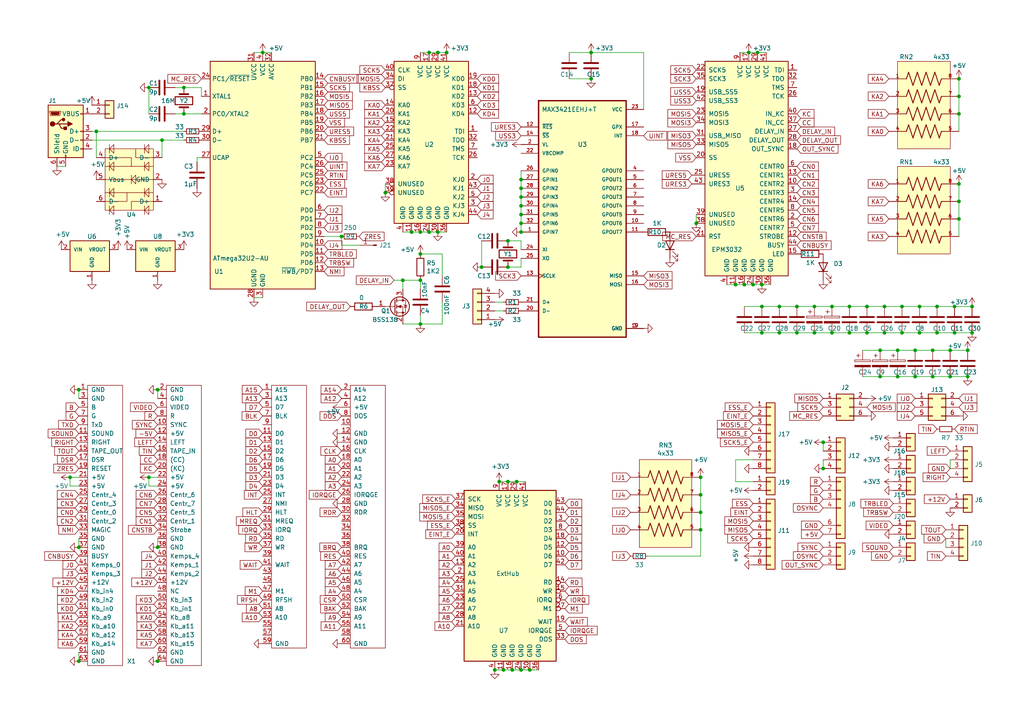
<source format=kicad_sch>
(kicad_sch (version 20211123) (generator eeschema)
  (paper "A4")
  (junction (at 246.38 88.9))
  (junction (at 151.13 67.31))
  (junction (at 278.13 53.34))
  (junction (at 278.13 63.5))
  (junction (at 265.43 101.6))
  (junction (at 276.86 96.52))
  (junction (at 281.94 96.52))
  (junction (at 151.13 64.77))
  (junction (at 121.92 81.28))
  (junction (at 261.62 96.52))
  (junction (at 281.94 88.9))
  (junction (at 151.13 54.61))
  (junction (at 171.45 15.24))
  (junction (at 147.32 77.47))
  (junction (at 43.18 25.4))
  (junction (at 45.72 191.77))
  (junction (at 124.46 15.24))
  (junction (at 275.59 109.22))
  (junction (at 256.54 96.52))
  (junction (at 76.2 15.24))
  (junction (at 280.67 101.6))
  (junction (at 151.13 59.69))
  (junction (at 22.86 158.75))
  (junction (at 147.32 69.85))
  (junction (at 144.78 139.7))
  (junction (at 121.92 67.31))
  (junction (at 220.98 82.55))
  (junction (at 149.86 139.7))
  (junction (at 270.51 109.22))
  (junction (at 270.51 101.6))
  (junction (at 226.06 96.52))
  (junction (at 201.93 64.77))
  (junction (at 127 15.24))
  (junction (at 45.72 158.75))
  (junction (at 148.59 194.31))
  (junction (at 146.05 194.31))
  (junction (at 241.3 96.52))
  (junction (at 99.06 68.58))
  (junction (at 280.67 109.22))
  (junction (at 151.13 52.07))
  (junction (at 121.92 93.98))
  (junction (at 255.27 109.22))
  (junction (at 203.2 148.59))
  (junction (at 203.2 138.43))
  (junction (at 276.86 88.9))
  (junction (at 260.35 101.6))
  (junction (at 46.99 40.64))
  (junction (at 220.98 96.52))
  (junction (at 111.76 55.88))
  (junction (at 246.38 96.52))
  (junction (at 127 67.31))
  (junction (at 220.98 88.9))
  (junction (at 147.32 139.7))
  (junction (at 151.13 194.31))
  (junction (at 256.54 88.9))
  (junction (at 151.13 62.23))
  (junction (at 260.35 109.22))
  (junction (at 278.13 27.94))
  (junction (at 231.14 96.52))
  (junction (at 271.78 88.9))
  (junction (at 143.51 194.31))
  (junction (at 251.46 88.9))
  (junction (at 121.92 73.66))
  (junction (at 43.18 138.43))
  (junction (at 119.38 67.31))
  (junction (at 251.46 96.52))
  (junction (at 53.34 33.02))
  (junction (at 266.7 96.52))
  (junction (at 275.59 101.6))
  (junction (at 203.2 153.67))
  (junction (at 22.86 191.77))
  (junction (at 261.62 88.9))
  (junction (at 271.78 96.52))
  (junction (at 231.14 88.9))
  (junction (at 116.84 81.28))
  (junction (at 218.44 82.55))
  (junction (at 53.34 25.4))
  (junction (at 226.06 88.9))
  (junction (at 217.17 15.24))
  (junction (at 151.13 57.15))
  (junction (at 124.46 67.31))
  (junction (at 278.13 58.42))
  (junction (at 278.13 33.02))
  (junction (at 219.71 15.24))
  (junction (at 238.76 128.27))
  (junction (at 20.32 138.43))
  (junction (at 278.13 22.86))
  (junction (at 236.22 88.9))
  (junction (at 27.94 38.1))
  (junction (at 238.76 135.89))
  (junction (at 213.36 82.55))
  (junction (at 129.54 15.24))
  (junction (at 236.22 96.52))
  (junction (at 171.45 22.86))
  (junction (at 265.43 109.22))
  (junction (at 139.7 77.47))
  (junction (at 215.9 82.55))
  (junction (at 255.27 101.6))
  (junction (at 153.67 194.31))
  (junction (at 45.72 113.03))
  (junction (at 22.86 113.03))
  (junction (at 266.7 88.9))
  (junction (at 203.2 143.51))
  (junction (at 241.3 88.9))
  (wire (pts (xy 124.46 67.31) (xy 127 67.31)))
  (wire (pts (xy 213.36 133.35) (xy 213.36 139.7)))
  (wire (pts (xy 111.76 53.34) (xy 111.76 55.88)))
  (wire (pts (xy 238.76 133.35) (xy 238.76 135.89)))
  (wire (pts (xy 266.7 96.52) (xy 271.78 96.52)))
  (wire (pts (xy 20.32 140.97) (xy 22.86 140.97)))
  (wire (pts (xy 26.67 38.1) (xy 27.94 38.1)))
  (wire (pts (xy 99.06 68.58) (xy 99.06 71.12)))
  (wire (pts (xy 251.46 96.52) (xy 256.54 96.52)))
  (wire (pts (xy 171.45 15.24) (xy 186.69 15.24)))
  (wire (pts (xy 220.98 96.52) (xy 215.9 96.52)))
  (wire (pts (xy 265.43 109.22) (xy 270.51 109.22)))
  (wire (pts (xy 151.13 52.07) (xy 151.13 49.53)))
  (wire (pts (xy 214.63 15.24) (xy 217.17 15.24)))
  (wire (pts (xy 165.1 15.24) (xy 171.45 15.24)))
  (wire (pts (xy 121.92 73.66) (xy 128.27 73.66)))
  (wire (pts (xy 218.44 82.55) (xy 220.98 82.55)))
  (wire (pts (xy 151.13 67.31) (xy 151.13 64.77)))
  (wire (pts (xy 114.3 81.28) (xy 116.84 81.28)))
  (wire (pts (xy 278.13 63.5) (xy 278.13 68.58)))
  (wire (pts (xy 251.46 88.9) (xy 256.54 88.9)))
  (wire (pts (xy 147.32 139.7) (xy 144.78 139.7)))
  (wire (pts (xy 119.38 67.31) (xy 121.92 67.31)))
  (wire (pts (xy 213.36 139.7) (xy 218.44 139.7)))
  (wire (pts (xy 275.59 133.35) (xy 275.59 135.89)))
  (wire (pts (xy 128.27 73.66) (xy 128.27 80.01)))
  (wire (pts (xy 26.67 40.64) (xy 46.99 40.64)))
  (wire (pts (xy 53.34 25.4) (xy 58.42 25.4)))
  (wire (pts (xy 45.72 115.57) (xy 45.72 113.03)))
  (wire (pts (xy 236.22 96.52) (xy 241.3 96.52)))
  (wire (pts (xy 148.59 194.31) (xy 151.13 194.31)))
  (wire (pts (xy 226.06 88.9) (xy 231.14 88.9)))
  (wire (pts (xy 255.27 109.22) (xy 260.35 109.22)))
  (wire (pts (xy 238.76 130.81) (xy 238.76 128.27)))
  (wire (pts (xy 116.84 81.28) (xy 116.84 83.82)))
  (wire (pts (xy 93.98 68.58) (xy 99.06 68.58)))
  (wire (pts (xy 278.13 22.86) (xy 278.13 27.94)))
  (wire (pts (xy 151.13 57.15) (xy 151.13 54.61)))
  (wire (pts (xy 261.62 96.52) (xy 266.7 96.52)))
  (wire (pts (xy 210.82 82.55) (xy 213.36 82.55)))
  (wire (pts (xy 22.86 115.57) (xy 22.86 113.03)))
  (wire (pts (xy 266.7 88.9) (xy 271.78 88.9)))
  (wire (pts (xy 246.38 88.9) (xy 251.46 88.9)))
  (wire (pts (xy 121.92 67.31) (xy 124.46 67.31)))
  (wire (pts (xy 43.18 140.97) (xy 45.72 140.97)))
  (wire (pts (xy 99.06 71.12) (xy 104.14 71.12)))
  (wire (pts (xy 149.86 139.7) (xy 147.32 139.7)))
  (wire (pts (xy 241.3 88.9) (xy 246.38 88.9)))
  (wire (pts (xy 127 15.24) (xy 129.54 15.24)))
  (wire (pts (xy 124.46 15.24) (xy 127 15.24)))
  (wire (pts (xy 128.27 87.63) (xy 128.27 93.98)))
  (wire (pts (xy 278.13 58.42) (xy 278.13 63.5)))
  (wire (pts (xy 278.13 27.94) (xy 278.13 33.02)))
  (wire (pts (xy 203.2 138.43) (xy 203.2 143.51)))
  (wire (pts (xy 151.13 64.77) (xy 151.13 62.23)))
  (wire (pts (xy 16.51 48.26) (xy 19.05 48.26)))
  (wire (pts (xy 265.43 101.6) (xy 270.51 101.6)))
  (wire (pts (xy 276.86 88.9) (xy 281.94 88.9)))
  (wire (pts (xy 278.13 33.02) (xy 278.13 38.1)))
  (wire (pts (xy 22.86 189.23) (xy 22.86 191.77)))
  (wire (pts (xy 143.51 87.63) (xy 146.05 87.63)))
  (wire (pts (xy 261.62 88.9) (xy 266.7 88.9)))
  (wire (pts (xy 76.2 15.24) (xy 73.66 15.24)))
  (wire (pts (xy 219.71 15.24) (xy 222.25 15.24)))
  (wire (pts (xy 46.99 40.64) (xy 53.34 40.64)))
  (wire (pts (xy 186.69 15.24) (xy 186.69 31.75)))
  (wire (pts (xy 76.2 15.24) (xy 78.74 15.24)))
  (wire (pts (xy 127 67.31) (xy 129.54 67.31)))
  (wire (pts (xy 58.42 25.4) (xy 58.42 27.94)))
  (wire (pts (xy 231.14 96.52) (xy 236.22 96.52)))
  (wire (pts (xy 250.19 101.6) (xy 255.27 101.6)))
  (wire (pts (xy 151.13 77.47) (xy 151.13 74.93)))
  (wire (pts (xy 226.06 96.52) (xy 231.14 96.52)))
  (wire (pts (xy 22.86 158.75) (xy 22.86 156.21)))
  (wire (pts (xy 43.18 138.43) (xy 45.72 138.43)))
  (wire (pts (xy 147.32 69.85) (xy 151.13 69.85)))
  (wire (pts (xy 271.78 88.9) (xy 276.86 88.9)))
  (wire (pts (xy 58.42 45.72) (xy 57.15 45.72)))
  (wire (pts (xy 220.98 96.52) (xy 226.06 96.52)))
  (wire (pts (xy 151.13 59.69) (xy 151.13 57.15)))
  (wire (pts (xy 256.54 96.52) (xy 261.62 96.52)))
  (wire (pts (xy 203.2 161.29) (xy 203.2 153.67)))
  (wire (pts (xy 274.32 156.21) (xy 274.32 158.75)))
  (wire (pts (xy 260.35 101.6) (xy 265.43 101.6)))
  (wire (pts (xy 116.84 67.31) (xy 119.38 67.31)))
  (wire (pts (xy 20.32 138.43) (xy 20.32 140.97)))
  (wire (pts (xy 220.98 88.9) (xy 226.06 88.9)))
  (wire (pts (xy 151.13 69.85) (xy 151.13 72.39)))
  (wire (pts (xy 143.51 90.17) (xy 146.05 90.17)))
  (wire (pts (xy 151.13 194.31) (xy 153.67 194.31)))
  (wire (pts (xy 201.93 62.23) (xy 201.93 64.77)))
  (wire (pts (xy 76.2 86.36) (xy 73.66 86.36)))
  (wire (pts (xy 121.92 81.28) (xy 121.92 83.82)))
  (wire (pts (xy 121.92 81.28) (xy 116.84 81.28)))
  (wire (pts (xy 203.2 148.59) (xy 203.2 153.67)))
  (wire (pts (xy 121.92 93.98) (xy 128.27 93.98)))
  (wire (pts (xy 27.94 38.1) (xy 53.34 38.1)))
  (wire (pts (xy 43.18 138.43) (xy 43.18 140.97)))
  (wire (pts (xy 116.84 93.98) (xy 121.92 93.98)))
  (wire (pts (xy 275.59 101.6) (xy 280.67 101.6)))
  (wire (pts (xy 152.4 139.7) (xy 149.86 139.7)))
  (wire (pts (xy 255.27 101.6) (xy 260.35 101.6)))
  (wire (pts (xy 57.15 45.72) (xy 57.15 46.99)))
  (wire (pts (xy 231.14 88.9) (xy 236.22 88.9)))
  (wire (pts (xy 220.98 82.55) (xy 223.52 82.55)))
  (wire (pts (xy 153.67 194.31) (xy 156.21 194.31)))
  (wire (pts (xy 121.92 91.44) (xy 121.92 93.98)))
  (wire (pts (xy 275.59 109.22) (xy 280.67 109.22)))
  (wire (pts (xy 236.22 88.9) (xy 241.3 88.9)))
  (wire (pts (xy 46.99 40.64) (xy 46.99 45.72)))
  (wire (pts (xy 143.51 194.31) (xy 146.05 194.31)))
  (wire (pts (xy 45.72 189.23) (xy 45.72 191.77)))
  (wire (pts (xy 151.13 62.23) (xy 151.13 59.69)))
  (wire (pts (xy 260.35 109.22) (xy 265.43 109.22)))
  (wire (pts (xy 45.72 158.75) (xy 45.72 156.21)))
  (wire (pts (xy 215.9 88.9) (xy 220.98 88.9)))
  (wire (pts (xy 217.17 15.24) (xy 219.71 15.24)))
  (wire (pts (xy 53.34 33.02) (xy 58.42 33.02)))
  (wire (pts (xy 270.51 101.6) (xy 275.59 101.6)))
  (wire (pts (xy 203.2 143.51) (xy 203.2 148.59)))
  (wire (pts (xy 139.7 69.85) (xy 139.7 77.47)))
  (wire (pts (xy 121.92 15.24) (xy 124.46 15.24)))
  (wire (pts (xy 218.44 133.35) (xy 213.36 133.35)))
  (wire (pts (xy 213.36 82.55) (xy 215.9 82.55)))
  (wire (pts (xy 151.13 54.61) (xy 151.13 52.07)))
  (wire (pts (xy 256.54 88.9) (xy 261.62 88.9)))
  (wire (pts (xy 271.78 96.52) (xy 276.86 96.52)))
  (wire (pts (xy 53.34 33.02) (xy 50.8 33.02)))
  (wire (pts (xy 165.1 22.86) (xy 171.45 22.86)))
  (wire (pts (xy 20.32 138.43) (xy 22.86 138.43)))
  (wire (pts (xy 250.19 109.22) (xy 255.27 109.22)))
  (wire (pts (xy 276.86 96.52) (xy 281.94 96.52)))
  (wire (pts (xy 215.9 82.55) (xy 218.44 82.55)))
  (wire (pts (xy 27.94 38.1) (xy 27.94 45.72)))
  (wire (pts (xy 147.32 77.47) (xy 151.13 77.47)))
  (wire (pts (xy 246.38 96.52) (xy 251.46 96.52)))
  (wire (pts (xy 146.05 194.31) (xy 148.59 194.31)))
  (wire (pts (xy 278.13 53.34) (xy 278.13 58.42)))
  (wire (pts (xy 187.96 161.29) (xy 203.2 161.29)))
  (wire (pts (xy 43.18 25.4) (xy 43.18 33.02)))
  (wire (pts (xy 270.51 109.22) (xy 275.59 109.22)))
  (wire (pts (xy 50.8 25.4) (xy 53.34 25.4)))
  (wire (pts (xy 241.3 96.52) (xy 246.38 96.52)))
  (global_label "D1" (shape input) (at 76.2 128.27 180) (property "Intersheet References" "${INTERSHEET_REFS}" (effects hide)))
  (global_label "DOS" (shape input) (at 163.83 185.42 0) (property "Intersheet References" "${INTERSHEET_REFS}" (effects hide)))
  (global_label "VSS" (shape input) (at 201.93 45.72 180) (property "Intersheet References" "${INTERSHEET_REFS}" (effects hide)))
  (global_label "M1" (shape input) (at 76.2 171.45 180) (property "Intersheet References" "${INTERSHEET_REFS}" (effects hide)))
  (global_label "A6" (shape input) (at 99.06 166.37 180) (property "Intersheet References" "${INTERSHEET_REFS}" (effects hide)))
  (global_label "+5V" (shape input) (at 238.76 154.94 180) (property "Intersheet References" "${INTERSHEET_REFS}" (effects hide)))
  (global_label "ZRES" (shape input) (at 22.86 135.89 180) (property "Intersheet References" "${INTERSHEET_REFS}" (effects hide)))
  (global_label "KA7" (shape input) (at 111.76 48.26 180) (property "Intersheet References" "${INTERSHEET_REFS}" (effects hide)))
  (global_label "KD2" (shape input) (at 138.43 27.94 0) (property "Intersheet References" "${INTERSHEET_REFS}" (effects hide)))
  (global_label "KD0" (shape input) (at 22.86 176.53 180) (property "Intersheet References" "${INTERSHEET_REFS}" (effects hide)))
  (global_label "A4" (shape input) (at 99.06 171.45 180) (property "Intersheet References" "${INTERSHEET_REFS}" (effects hide)))
  (global_label "MOSI5" (shape input) (at 93.98 27.94 0) (property "Intersheet References" "${INTERSHEET_REFS}" (effects hide)))
  (global_label "EINT_E" (shape input) (at 218.44 120.65 180) (property "Intersheet References" "${INTERSHEET_REFS}" (effects hide)))
  (global_label "J0" (shape input) (at 22.86 163.83 180) (property "Intersheet References" "${INTERSHEET_REFS}" (effects hide)))
  (global_label "IORQGE" (shape input) (at 163.83 182.88 0) (property "Intersheet References" "${INTERSHEET_REFS}" (effects hide)))
  (global_label "MC_RES" (shape input) (at 238.76 120.65 180) (property "Intersheet References" "${INTERSHEET_REFS}" (effects hide)))
  (global_label "IJ0" (shape input) (at 182.88 153.67 180) (property "Intersheet References" "${INTERSHEET_REFS}" (effects hide)))
  (global_label "IJ4" (shape input) (at 182.88 143.51 180) (property "Intersheet References" "${INTERSHEET_REFS}" (effects hide)))
  (global_label "IORQGE" (shape input) (at 99.06 143.51 180) (property "Intersheet References" "${INTERSHEET_REFS}" (effects hide)))
  (global_label "DELAY_OUT" (shape input) (at 101.6 88.9 180) (property "Intersheet References" "${INTERSHEET_REFS}" (effects hide)))
  (global_label "RD" (shape input) (at 163.83 168.91 0) (property "Intersheet References" "${INTERSHEET_REFS}" (effects hide)))
  (global_label "RFSH" (shape input) (at 76.2 173.99 180) (property "Intersheet References" "${INTERSHEET_REFS}" (effects hide)))
  (global_label "G" (shape input) (at 238.76 142.24 180) (property "Intersheet References" "${INTERSHEET_REFS}" (effects hide)))
  (global_label "SCK3" (shape input) (at 151.13 80.01 180) (property "Intersheet References" "${INTERSHEET_REFS}" (effects hide)))
  (global_label "A5" (shape input) (at 99.06 168.91 180) (property "Intersheet References" "${INTERSHEET_REFS}" (effects hide)))
  (global_label "KA6" (shape input) (at 22.86 186.69 180) (property "Intersheet References" "${INTERSHEET_REFS}" (effects hide)))
  (global_label "KA2" (shape input) (at 111.76 35.56 180) (property "Intersheet References" "${INTERSHEET_REFS}" (effects hide)))
  (global_label "MOSI3" (shape input) (at 201.93 35.56 180) (property "Intersheet References" "${INTERSHEET_REFS}" (effects hide)))
  (global_label "MOSI5" (shape input) (at 111.76 22.86 180) (property "Intersheet References" "${INTERSHEET_REFS}" (effects hide)))
  (global_label "DELAY_OUT" (shape input) (at 231.14 40.64 0) (property "Intersheet References" "${INTERSHEET_REFS}" (effects hide)))
  (global_label "J0" (shape input) (at 138.43 52.07 0) (property "Intersheet References" "${INTERSHEET_REFS}" (effects hide)))
  (global_label "NMI" (shape input) (at 93.98 78.74 0) (property "Intersheet References" "${INTERSHEET_REFS}" (effects hide)))
  (global_label "J1" (shape input) (at 45.72 163.83 180) (property "Intersheet References" "${INTERSHEET_REFS}" (effects hide)))
  (global_label "MISO5_E" (shape input) (at 132.08 147.32 180) (property "Intersheet References" "${INTERSHEET_REFS}" (effects hide)))
  (global_label "KA5" (shape input) (at 257.81 63.5 180) (property "Intersheet References" "${INTERSHEET_REFS}" (effects hide)))
  (global_label "D2" (shape input) (at 163.83 151.13 0) (property "Intersheet References" "${INTERSHEET_REFS}" (effects hide)))
  (global_label "MREQ" (shape input) (at 76.2 151.13 180) (property "Intersheet References" "${INTERSHEET_REFS}" (effects hide)))
  (global_label "IJ2" (shape input) (at 265.43 118.11 180) (property "Intersheet References" "${INTERSHEET_REFS}" (effects hide)))
  (global_label "KD1" (shape input) (at 45.72 176.53 180) (property "Intersheet References" "${INTERSHEET_REFS}" (effects hide)))
  (global_label "KA0" (shape input) (at 257.81 38.1 180) (property "Intersheet References" "${INTERSHEET_REFS}" (effects hide)))
  (global_label "J3" (shape input) (at 22.86 166.37 180) (property "Intersheet References" "${INTERSHEET_REFS}" (effects hide)))
  (global_label "TIN" (shape input) (at 274.32 161.29 180) (property "Intersheet References" "${INTERSHEET_REFS}" (effects hide)))
  (global_label "IJ4" (shape input) (at 93.98 71.12 0) (property "Intersheet References" "${INTERSHEET_REFS}" (effects hide)))
  (global_label "D4" (shape input) (at 76.2 140.97 180) (property "Intersheet References" "${INTERSHEET_REFS}" (effects hide)))
  (global_label "ZRES" (shape input) (at 104.14 68.58 0) (property "Intersheet References" "${INTERSHEET_REFS}" (effects hide)))
  (global_label "J4" (shape input) (at 45.72 161.29 180) (property "Intersheet References" "${INTERSHEET_REFS}" (effects hide)))
  (global_label "D3" (shape input) (at 163.83 153.67 0) (property "Intersheet References" "${INTERSHEET_REFS}" (effects hide)))
  (global_label "ESS_E" (shape input) (at 132.08 152.4 180) (property "Intersheet References" "${INTERSHEET_REFS}" (effects hide)))
  (global_label "CN4" (shape input) (at 22.86 143.51 180) (property "Intersheet References" "${INTERSHEET_REFS}" (effects hide)))
  (global_label "TRBSW" (shape input) (at 259.08 148.59 180) (property "Intersheet References" "${INTERSHEET_REFS}" (effects hide)))
  (global_label "CN0" (shape input) (at 231.14 48.26 0) (property "Intersheet References" "${INTERSHEET_REFS}" (effects hide)))
  (global_label "RIGHT" (shape input) (at 275.59 138.43 180) (property "Intersheet References" "${INTERSHEET_REFS}" (effects hide)))
  (global_label "A5" (shape input) (at 132.08 171.45 180) (property "Intersheet References" "${INTERSHEET_REFS}" (effects hide)))
  (global_label "D1" (shape input) (at 163.83 148.59 0) (property "Intersheet References" "${INTERSHEET_REFS}" (effects hide)))
  (global_label "CN6" (shape input) (at 231.14 63.5 0) (property "Intersheet References" "${INTERSHEET_REFS}" (effects hide)))
  (global_label "MOSI3" (shape input) (at 186.69 82.55 0) (property "Intersheet References" "${INTERSHEET_REFS}" (effects hide)))
  (global_label "IJ1" (shape input) (at 182.88 138.43 180) (property "Intersheet References" "${INTERSHEET_REFS}" (effects hide)))
  (global_label "MISO3" (shape input) (at 201.93 39.37 180) (property "Intersheet References" "${INTERSHEET_REFS}" (effects hide)))
  (global_label "KD3" (shape input) (at 138.43 30.48 0) (property "Intersheet References" "${INTERSHEET_REFS}" (effects hide)))
  (global_label "KA7" (shape input) (at 45.72 186.69 180) (property "Intersheet References" "${INTERSHEET_REFS}" (effects hide)))
  (global_label "WAIT" (shape input) (at 76.2 163.83 180) (property "Intersheet References" "${INTERSHEET_REFS}" (effects hide)))
  (global_label "J2" (shape input) (at 138.43 57.15 0) (property "Intersheet References" "${INTERSHEET_REFS}" (effects hide)))
  (global_label "KA1" (shape input) (at 257.81 33.02 180) (property "Intersheet References" "${INTERSHEET_REFS}" (effects hide)))
  (global_label "MISO5" (shape input) (at 238.76 115.57 180) (property "Intersheet References" "${INTERSHEET_REFS}" (effects hide)))
  (global_label "HLT" (shape input) (at 76.2 148.59 180) (property "Intersheet References" "${INTERSHEET_REFS}" (effects hide)))
  (global_label "TRBLED" (shape input) (at 93.98 73.66 0) (property "Intersheet References" "${INTERSHEET_REFS}" (effects hide)))
  (global_label "BLK" (shape input) (at 76.2 120.65 180) (property "Intersheet References" "${INTERSHEET_REFS}" (effects hide)))
  (global_label "CN6" (shape input) (at 45.72 143.51 180) (property "Intersheet References" "${INTERSHEET_REFS}" (effects hide)))
  (global_label "CNBUSY" (shape input) (at 231.14 71.12 0) (property "Intersheet References" "${INTERSHEET_REFS}" (effects hide)))
  (global_label "CC" (shape input) (at 45.72 133.35 180) (property "Intersheet References" "${INTERSHEET_REFS}" (effects hide)))
  (global_label "J4" (shape input) (at 138.43 62.23 0) (property "Intersheet References" "${INTERSHEET_REFS}" (effects hide)))
  (global_label "GND" (shape input) (at 275.59 135.89 180) (property "Intersheet References" "${INTERSHEET_REFS}" (effects hide)))
  (global_label "KA7" (shape input) (at 257.81 58.42 180) (property "Intersheet References" "${INTERSHEET_REFS}" (effects hide)))
  (global_label "D5" (shape input) (at 163.83 158.75 0) (property "Intersheet References" "${INTERSHEET_REFS}" (effects hide)))
  (global_label "URES5" (shape input) (at 93.98 38.1 0) (property "Intersheet References" "${INTERSHEET_REFS}" (effects hide)))
  (global_label "A7" (shape input) (at 132.08 176.53 180) (property "Intersheet References" "${INTERSHEET_REFS}" (effects hide)))
  (global_label "A13" (shape input) (at 76.2 115.57 180) (property "Intersheet References" "${INTERSHEET_REFS}" (effects hide)))
  (global_label "OSYNC" (shape input) (at 238.76 147.32 180) (property "Intersheet References" "${INTERSHEET_REFS}" (effects hide)))
  (global_label "USS3" (shape input) (at 151.13 39.37 180) (property "Intersheet References" "${INTERSHEET_REFS}" (effects hide)))
  (global_label "A15" (shape input) (at 76.2 113.03 180) (property "Intersheet References" "${INTERSHEET_REFS}" (effects hide)))
  (global_label "ESS" (shape input) (at 93.98 53.34 0) (property "Intersheet References" "${INTERSHEET_REFS}" (effects hide)))
  (global_label "KD2" (shape input) (at 22.86 173.99 180) (property "Intersheet References" "${INTERSHEET_REFS}" (effects hide)))
  (global_label "A2" (shape input) (at 132.08 163.83 180) (property "Intersheet References" "${INTERSHEET_REFS}" (effects hide)))
  (global_label "SCK5" (shape input) (at 201.93 20.32 180) (property "Intersheet References" "${INTERSHEET_REFS}" (effects hide)))
  (global_label "IORQ" (shape input) (at 76.2 153.67 180) (property "Intersheet References" "${INTERSHEET_REFS}" (effects hide)))
  (global_label "RTIN" (shape input) (at 93.98 50.8 0) (property "Intersheet References" "${INTERSHEET_REFS}" (effects hide)))
  (global_label "D2" (shape input) (at 76.2 130.81 180) (property "Intersheet References" "${INTERSHEET_REFS}" (effects hide)))
  (global_label "J3" (shape input) (at 138.43 59.69 0) (property "Intersheet References" "${INTERSHEET_REFS}" (effects hide)))
  (global_label "CSR" (shape input) (at 99.06 173.99 180) (property "Intersheet References" "${INTERSHEET_REFS}" (effects hide)))
  (global_label "+12V" (shape input) (at 275.59 144.78 180) (property "Intersheet References" "${INTERSHEET_REFS}" (effects hide)))
  (global_label "KD4" (shape input) (at 22.86 171.45 180) (property "Intersheet References" "${INTERSHEET_REFS}" (effects hide)))
  (global_label "URES3" (shape input) (at 200.66 53.34 180) (property "Intersheet References" "${INTERSHEET_REFS}" (effects hide)))
  (global_label "VSS" (shape input) (at 93.98 35.56 0) (property "Intersheet References" "${INTERSHEET_REFS}" (effects hide)))
  (global_label "MOSI5_E" (shape input) (at 132.08 149.86 180) (property "Intersheet References" "${INTERSHEET_REFS}" (effects hide)))
  (global_label "EINT_E" (shape input) (at 132.08 154.94 180) (property "Intersheet References" "${INTERSHEET_REFS}" (effects hide)))
  (global_label "SCK5_E" (shape input) (at 218.44 128.27 180) (property "Intersheet References" "${INTERSHEET_REFS}" (effects hide)))
  (global_label "CN7" (shape input) (at 231.14 66.04 0) (property "Intersheet References" "${INTERSHEET_REFS}" (effects hide)))
  (global_label "A8" (shape input) (at 132.08 179.07 180) (property "Intersheet References" "${INTERSHEET_REFS}" (effects hide)))
  (global_label "J1" (shape input) (at 138.43 54.61 0) (property "Intersheet References" "${INTERSHEET_REFS}" (effects hide)))
  (global_label "SOUND" (shape input) (at 22.86 125.73 180) (property "Intersheet References" "${INTERSHEET_REFS}" (effects hide)))
  (global_label "MOSI5_E" (shape input) (at 218.44 123.19 180) (property "Intersheet References" "${INTERSHEET_REFS}" (effects hide)))
  (global_label "R" (shape input) (at 45.72 120.65 180) (property "Intersheet References" "${INTERSHEET_REFS}" (effects hide)))
  (global_label "CN1" (shape input) (at 45.72 151.13 180) (property "Intersheet References" "${INTERSHEET_REFS}" (effects hide)))
  (global_label "CLK" (shape input) (at 99.06 130.81 180) (property "Intersheet References" "${INTERSHEET_REFS}" (effects hide)))
  (global_label "TXD" (shape input) (at 22.86 123.19 180) (property "Intersheet References" "${INTERSHEET_REFS}" (effects hide)))
  (global_label "IJ2" (shape input) (at 182.88 148.59 180) (property "Intersheet References" "${INTERSHEET_REFS}" (effects hide)))
  (global_label "A4" (shape input) (at 132.08 168.91 180) (property "Intersheet References" "${INTERSHEET_REFS}" (effects hide)))
  (global_label "A6" (shape input) (at 132.08 173.99 180) (property "Intersheet References" "${INTERSHEET_REFS}" (effects hide)))
  (global_label "MC_RES" (shape input) (at 58.42 22.86 180) (property "Intersheet References" "${INTERSHEET_REFS}" (effects hide)))
  (global_label "KA3" (shape input) (at 111.76 38.1 180) (property "Intersheet References" "${INTERSHEET_REFS}" (effects hide)))
  (global_label "B" (shape input) (at 238.76 144.78 180) (property "Intersheet References" "${INTERSHEET_REFS}" (effects hide)))
  (global_label "MISO3" (shape input) (at 186.69 80.01 0) (property "Intersheet References" "${INTERSHEET_REFS}" (effects hide)))
  (global_label "A8" (shape input) (at 76.2 176.53 180) (property "Intersheet References" "${INTERSHEET_REFS}" (effects hide)))
  (global_label "IJ2" (shape input) (at 93.98 60.96 0) (property "Intersheet References" "${INTERSHEET_REFS}" (effects hide)))
  (global_label "VIDEO" (shape input) (at 45.72 118.11 180) (property "Intersheet References" "${INTERSHEET_REFS}" (effects hide)))
  (global_label "KBSS" (shape input) (at 93.98 40.64 0) (property "Intersheet References" "${INTERSHEET_REFS}" (effects hide)))
  (global_label "RIGHT" (shape input) (at 22.86 128.27 180) (property "Intersheet References" "${INTERSHEET_REFS}" (effects hide)))
  (global_label "KC" (shape input) (at 231.14 33.02 0) (property "Intersheet References" "${INTERSHEET_REFS}" (effects hide)))
  (global_label "BAK" (shape input) (at 99.06 176.53 180) (property "Intersheet References" "${INTERSHEET_REFS}" (effects hide)))
  (global_label "CN4" (shape input) (at 231.14 58.42 0) (property "Intersheet References" "${INTERSHEET_REFS}" (effects hide)))
  (global_label "KA0" (shape input) (at 45.72 179.07 180) (property "Intersheet References" "${INTERSHEET_REFS}" (effects hide)))
  (global_label "CNBUSY" (shape input) (at 93.98 22.86 0) (property "Intersheet References" "${INTERSHEET_REFS}" (effects hide)))
  (global_label "SOUND" (shape input) (at 259.08 158.75 180) (property "Intersheet References" "${INTERSHEET_REFS}" (effects hide)))
  (global_label "GND" (shape input) (at 274.32 156.21 180) (property "Intersheet References" "${INTERSHEET_REFS}" (effects hide)))
  (global_label "OUT_SYNC" (shape input) (at 231.14 43.18 0) (property "Intersheet References" "${INTERSHEET_REFS}" (effects hide)))
  (global_label "SCK5" (shape input) (at 111.76 20.32 180) (property "Intersheet References" "${INTERSHEET_REFS}" (effects hide)))
  (global_label "A11" (shape input) (at 99.06 181.61 180) (property "Intersheet References" "${INTERSHEET_REFS}" (effects hide)))
  (global_label "D0" (shape input) (at 163.83 146.05 0) (property "Intersheet References" "${INTERSHEET_REFS}" (effects hide)))
  (global_label "KA4" (shape input) (at 22.86 184.15 180) (property "Intersheet References" "${INTERSHEET_REFS}" (effects hide)))
  (global_label "WR" (shape input) (at 163.83 171.45 0) (property "Intersheet References" "${INTERSHEET_REFS}" (effects hide)))
  (global_label "SYNC" (shape input) (at 45.72 123.19 180) (property "Intersheet References" "${INTERSHEET_REFS}" (effects hide)))
  (global_label "KA4" (shape input) (at 257.81 22.86 180) (property "Intersheet References" "${INTERSHEET_REFS}" (effects hide)))
  (global_label "IJ1" (shape input) (at 278.13 115.57 0) (property "Intersheet References" "${INTERSHEET_REFS}" (effects hide)))
  (global_label "ESS" (shape input) (at 218.44 146.05 180) (property "Intersheet References" "${INTERSHEET_REFS}" (effects hide)))
  (global_label "KA3" (shape input) (at 257.81 68.58 180) (property "Intersheet References" "${INTERSHEET_REFS}" (effects hide)))
  (global_label "OSYNC" (shape input) (at 238.76 161.29 180) (property "Intersheet References" "${INTERSHEET_REFS}" (effects hide)))
  (global_label "D6" (shape input) (at 163.83 161.29 0) (property "Intersheet References" "${INTERSHEET_REFS}" (effects hide)))
  (global_label "GND" (shape input) (at 259.08 161.29 180) (property "Intersheet References" "${INTERSHEET_REFS}" (effects hide)))
  (global_label "MISO5" (shape input) (at 201.93 41.91 180) (property "Intersheet References" "${INTERSHEET_REFS}" (effects hide)))
  (global_label "A1" (shape input) (at 99.06 135.89 180) (property "Intersheet References" "${INTERSHEET_REFS}" (effects hide)))
  (global_label "CN2" (shape input) (at 231.14 53.34 0) (property "Intersheet References" "${INTERSHEET_REFS}" (effects hide)))
  (global_label "EINT" (shape input) (at 218.44 148.59 180) (property "Intersheet References" "${INTERSHEET_REFS}" (effects hide)))
  (global_label "KA0" (shape input) (at 111.76 30.48 180) (property "Intersheet References" "${INTERSHEET_REFS}" (effects hide)))
  (global_label "NMI" (shape input) (at 22.86 153.67 180) (property "Intersheet References" "${INTERSHEET_REFS}" (effects hide)))
  (global_label "KA2" (shape input) (at 22.86 181.61 180) (property "Intersheet References" "${INTERSHEET_REFS}" (effects hide)))
  (global_label "LEFT" (shape input) (at 45.72 128.27 180) (property "Intersheet References" "${INTERSHEET_REFS}" (effects hide)))
  (global_label "A0" (shape input) (at 132.08 158.75 180) (property "Intersheet References" "${INTERSHEET_REFS}" (effects hide)))
  (global_label "R" (shape input) (at 238.76 139.7 180) (property "Intersheet References" "${INTERSHEET_REFS}" (effects hide)))
  (global_label "A9" (shape input) (at 99.06 179.07 180) (property "Intersheet References" "${INTERSHEET_REFS}" (effects hide)))
  (global_label "KD1" (shape input) (at 138.43 25.4 0) (property "Intersheet References" "${INTERSHEET_REFS}" (effects hide)))
  (global_label "TIN" (shape input) (at 45.72 130.81 180) (property "Intersheet References" "${INTERSHEET_REFS}" (effects hide)))
  (global_label "CN1" (shape input) (at 231.14 50.8 0) (property "Intersheet References" "${INTERSHEET_REFS}" (effects hide)))
  (global_label "SCK5_E" (shape input) (at 132.08 144.78 180) (property "Intersheet References" "${INTERSHEET_REFS}" (effects hide)))
  (global_label "J2" (shape input) (at 45.72 166.37 180) (property "Intersheet References" "${INTERSHEET_REFS}" (effects hide)))
  (global_label "KA2" (shape input) (at 257.81 27.94 180) (property "Intersheet References" "${INTERSHEET_REFS}" (effects hide)))
  (global_label "USS5" (shape input) (at 93.98 33.02 0) (property "Intersheet References" "${INTERSHEET_REFS}" (effects hide)))
  (global_label "A10" (shape input) (at 132.08 181.61 180) (property "Intersheet References" "${INTERSHEET_REFS}" (effects hide)))
  (global_label "UINT" (shape input) (at 186.69 39.37 0) (property "Intersheet References" "${INTERSHEET_REFS}" (effects hide)))
  (global_label "MISO5" (shape input) (at 93.98 30.48 0) (property "Intersheet References" "${INTERSHEET_REFS}" (effects hide)))
  (global_label "D4" (shape input) (at 163.83 156.21 0) (property "Intersheet References" "${INTERSHEET_REFS}" (effects hide)))
  (global_label "A7" (shape input) (at 99.06 163.83 180) (property "Intersheet References" "${INTERSHEET_REFS}" (effects hide)))
  (global_label "TOUT" (shape input) (at 274.32 153.67 180) (property "Intersheet References" "${INTERSHEET_REFS}" (effects hide)))
  (global_label "SCK3" (shape input) (at 201.93 22.86 180) (property "Intersheet References" "${INTERSHEET_REFS}" (effects hide)))
  (global_label "VIDEO" (shape input) (at 259.08 152.4 180) (property "Intersheet References" "${INTERSHEET_REFS}" (effects hide)))
  (global_label "KD0" (shape input) (at 138.43 22.86 0) (property "Intersheet References" "${INTERSHEET_REFS}" (effects hide)))
  (global_label "D6" (shape input) (at 76.2 133.35 180) (property "Intersheet References" "${INTERSHEET_REFS}" (effects hide)))
  (global_label "A2" (shape input) (at 99.06 138.43 180) (property "Intersheet References" "${INTERSHEET_REFS}" (effects hide)))
  (global_label "KA5" (shape input) (at 45.72 184.15 180) (property "Intersheet References" "${INTERSHEET_REFS}" (effects hide)))
  (global_label "WR" (shape input) (at 76.2 158.75 180) (property "Intersheet References" "${INTERSHEET_REFS}" (effects hide)))
  (global_label "MISO5_E" (shape input) (at 218.44 125.73 180) (property "Intersheet References" "${INTERSHEET_REFS}" (effects hide)))
  (global_label "TOUT" (shape input) (at 22.86 130.81 180) (property "Intersheet References" "${INTERSHEET_REFS}" (effects hide)))
  (global_label "URES5" (shape input) (at 200.66 50.8 180) (property "Intersheet References" "${INTERSHEET_REFS}" (effects hide)))
  (global_label "B" (shape input) (at 22.86 118.11 180) (property "Intersheet References" "${INTERSHEET_REFS}" (effects hide)))
  (global_label "D7" (shape input) (at 76.2 118.11 180) (property "Intersheet References" "${INTERSHEET_REFS}" (effects hide)))
  (global_label "MOSI5" (shape input) (at 201.93 33.02 180) (property "Intersheet References" "${INTERSHEET_REFS}" (effects hide)))
  (global_label "+12V" (shape input) (at 22.86 168.91 180) (property "Intersheet References" "${INTERSHEET_REFS}" (effects hide)))
  (global_label "SCK5" (shape input) (at 218.44 156.21 180) (property "Intersheet References" "${INTERSHEET_REFS}" (effects hide)))
  (global_label "G" (shape input) (at 22.86 120.65 180) (property "Intersheet References" "${INTERSHEET_REFS}" (effects hide)))
  (global_label "SYNC" (shape input) (at 238.76 158.75 180) (property "Intersheet References" "${INTERSHEET_REFS}" (effects hide)))
  (global_label "CN3" (shape input) (at 22.86 146.05 180) (property "Intersheet References" "${INTERSHEET_REFS}" (effects hide)))
  (global_label "KA5" (shape input) (at 111.76 43.18 180) (property "Intersheet References" "${INTERSHEET_REFS}" (effects hide)))
  (global_label "-5V" (shape input) (at 45.72 125.73 180) (property "Intersheet References" "${INTERSHEET_REFS}" (effects hide)))
  (global_label "KD4" (shape input) (at 138.43 33.02 0) (property "Intersheet References" "${INTERSHEET_REFS}" (effects hide)))
  (global_label "CN5" (shape input) (at 231.14 60.96 0) (property "Intersheet References" "${INTERSHEET_REFS}" (effects hide)))
  (global_label "CN5" (shape input) (at 45.72 148.59 180) (property "Intersheet References" "${INTERSHEET_REFS}" (effects hide)))
  (global_label "RES" (shape input) (at 99.06 161.29 180) (property "Intersheet References" "${INTERSHEET_REFS}" (effects hide)))
  (global_label "KA6" (shape input) (at 111.76 45.72 180) (property "Intersheet References" "${INTERSHEET_REFS}" (effects hide)))
  (global_label "TIN" (shape input) (at 271.78 124.46 180) (property "Intersheet References" "${INTERSHEET_REFS}" (effects hide)))
  (global_label "MOSI5" (shape input) (at 218.44 151.13 180) (property "Intersheet References" "${INTERSHEET_REFS}" (effects hide)))
  (global_label "KD3" (shape input) (at 45.72 173.99 180) (property "Intersheet References" "${INTERSHEET_REFS}" (effects hide)))
  (global_label "CN2" (shape input) (at 22.86 151.13 180) (property "Intersheet References" "${INTERSHEET_REFS}" (effects hide)))
  (global_label "IJ0" (shape input) (at 265.43 115.57 180) (property "Intersheet References" "${INTERSHEET_REFS}" (effects hide)))
  (global_label "CC" (shape input) (at 231.14 35.56 0) (property "Intersheet References" "${INTERSHEET_REFS}" (effects hide)))
  (global_label "KA1" (shape input) (at 22.86 179.07 180) (property "Intersheet References" "${INTERSHEET_REFS}" (effects hide)))
  (global_label "BRQ" (shape input) (at 99.06 158.75 180) (property "Intersheet References" "${INTERSHEET_REFS}" (effects hide)))
  (global_label "KA4" (shape input) (at 111.76 40.64 180) (property "Intersheet References" "${INTERSHEET_REFS}" (effects hide)))
  (global_label "CNSTB" (shape input) (at 231.14 68.58 0) (property "Intersheet References" "${INTERSHEET_REFS}" (effects hide)))
  (global_label "ESS_E" (shape input) (at 218.44 118.11 180) (property "Intersheet References" "${INTERSHEET_REFS}" (effects hide)))
  (global_label "M1" (shape input) (at 163.83 176.53 0) (property "Intersheet References" "${INTERSHEET_REFS}" (effects hide)))
  (global_label "IJ0" (shape input) (at 93.98 45.72 0) (property "Intersheet References" "${INTERSHEET_REFS}" (effects hide)))
  (global_label "MISO5" (shape input) (at 218.44 153.67 180) (property "Intersheet References" "${INTERSHEET_REFS}" (effects hide)))
  (global_label "DELAY_IN" (shape input) (at 114.3 81.28 180) (property "Intersheet References" "${INTERSHEET_REFS}" (effects hide)))
  (global_label "A3" (shape input) (at 132.08 166.37 180) (property "Intersheet References" "${INTERSHEET_REFS}" (effects hide)))
  (global_label "D0" (shape input) (at 76.2 125.73 180) (property "Intersheet References" "${INTERSHEET_REFS}" (effects hide)))
  (global_label "MOSI5" (shape input) (at 251.46 118.11 0) (property "Intersheet References" "${INTERSHEET_REFS}" (effects hide)))
  (global_label "RTIN" (shape input) (at 276.86 124.46 0) (property "Intersheet References" "${INTERSHEET_REFS}" (effects hide)))
  (global_label "CN3" (shape input) (at 231.14 55.88 0) (property "Intersheet References" "${INTERSHEET_REFS}" (effects hide)))
  (global_label "D3" (shape input) (at 76.2 138.43 180) (property "Intersheet References" "${INTERSHEET_REFS}" (effects hide)))
  (global_label "D5" (shape input) (at 76.2 135.89 180) (property "Intersheet References" "${INTERSHEET_REFS}" (effects hide)))
  (global_label "A0" (shape input) (at 99.06 133.35 180) (property "Intersheet References" "${INTERSHEET_REFS}" (effects hide)))
  (global_label "TRBLED" (shape input) (at 259.08 146.05 180) (property "Intersheet References" "${INTERSHEET_REFS}" (effects hide)))
  (global_label "A1" (shape input) (at 132.08 161.29 180) (property "Intersheet References" "${INTERSHEET_REFS}" (effects hide)))
  (global_label "RDR" (shape input) (at 99.06 148.59 180) (property "Intersheet References" "${INTERSHEET_REFS}" (effects hide)))
  (global_label "URES3" (shape input) (at 151.13 36.83 180) (property "Intersheet References" "${INTERSHEET_REFS}" (effects hide)))
  (global_label "OUT_SYNC" (shape input) (at 238.76 163.83 180) (property "Intersheet References" "${INTERSHEET_REFS}" (effects hide)))
  (global_label "USS3" (shape input) (at 201.93 29.21 180) (property "Intersheet References" "${INTERSHEET_REFS}" (effects hide)))
  (global_label "DSR" (shape input) (at 22.86 133.35 180) (property "Intersheet References" "${INTERSHEET_REFS}" (effects hide)))
  (global_label "KBSS" (shape input) (at 111.76 25.4 180) (property "Intersheet References" "${INTERSHEET_REFS}" (effects hide)))
  (global_label "SCK5" (shape input) (at 93.98 25.4 0) (property "Intersheet References" "${INTERSHEET_REFS}" (effects hide)))
  (global_label "MC_RES" (shape input) (at 201.93 68.58 180) (property "Intersheet References" "${INTERSHEET_REFS}" (effects hide)))
  (global_label "EINT" (shape input) (at 93.98 55.88 0) (property "Intersheet References" "${INTERSHEET_REFS}" (effects hide)))
  (global_label "CN0" (shape input) (at 22.86 148.59 180) (property "Intersheet References" "${INTERSHEET_REFS}" (effects hide)))
  (global_label "KC" (shape input) (at 45.72 135.89 180) (property "Intersheet References" "${INTERSHEET_REFS}" (effects hide)))
  (global_label "IJ4" (shape input) (at 265.43 120.65 180) (property "Intersheet References" "${INTERSHEET_REFS}" (effects hide)))
  (global_label "A3" (shape input) (at 99.06 140.97 180) (property "Intersheet References" "${INTERSHEET_REFS}" (effects hide)))
  (global_label "CNBUSY" (shape input) (at 22.86 161.29 180) (property "Intersheet References" "${INTERSHEET_REFS}" (effects hide)))
  (global_label "+12V" (shape input) (at 45.72 168.91 180) (property "Intersheet References" "${INTERSHEET_REFS}" (effects hide)))
  (global_label "CNSTB" (shape input) (at 45.72 153.67 180) (property "Intersheet References" "${INTERSHEET_REFS}" (effects hide)))
  (global_label "LEFT" (shape input) (at 275.59 130.81 180) (property "Intersheet References" "${INTERSHEET_REFS}" (effects hide)))
  (global_label "A14" (shape input) (at 99.06 113.03 180) (property "Intersheet References" "${INTERSHEET_REFS}" (effects hide)))
  (global_label "IORQ" (shape input) (at 163.83 173.99 0) (property "Intersheet References" "${INTERSHEET_REFS}" (effects hide)))
  (global_label "A10" (shape input) (at 76.2 179.07 180) (property "Intersheet References" "${INTERSHEET_REFS}" (effects hide)))
  (global_label "SCK5" (shape input) (at 238.76 118.11 180) (property "Intersheet References" "${INTERSHEET_REFS}" (effects hide)))
  (global_label "IJ3" (shape input) (at 278.13 118.11 0) (property "Intersheet References" "${INTERSHEET_REFS}" (effects hide)))
  (global_label "GND" (shape input) (at 238.76 152.4 180) (property "Intersheet References" "${INTERSHEET_REFS}" (effects hide)))
  (global_label "KA6" (shape input) (at 257.81 53.34 180) (property "Intersheet References" "${INTERSHEET_REFS}" (effects hide)))
  (global_label "INT" (shape input) (at 76.2 143.51 180) (property "Intersheet References" "${INTERSHEET_REFS}" (effects hide)))
  (global_label "KA1" (shape input) (at 111.76 33.02 180) (property "Intersheet References" "${INTERSHEET_REFS}" (effects hide)))
  (global_label "RD" (shape input) (at 76.2 156.21 180) (property "Intersheet References" "${INTERSHEET_REFS}" (effects hide)))
  (global_label "A12" (shape input) (at 99.06 115.57 180) (property "Intersheet References" "${INTERSHEET_REFS}" (effects hide)))
  (global_label "D7" (shape input) (at 163.83 163.83 0) (property "Intersheet References" "${INTERSHEET_REFS}" (effects hide)))
  (global_label "USS5" (shape input) (at 201.93 26.67 180) (property "Intersheet References" "${INTERSHEET_REFS}" (effects hide)))
  (global_label "IJ3" (shape input) (at 93.98 66.04 0) (property "Intersheet References" "${INTERSHEET_REFS}" (effects hide)))
  (global_label "KA3" (shape input) (at 45.72 181.61 180) (property "Intersheet References" "${INTERSHEET_REFS}" (effects hide)))
  (global_label "UINT" (shape input) (at 93.98 48.26 0) (property "Intersheet References" "${INTERSHEET_REFS}" (effects hide)))
  (global_label "DOS" (shape input) (at 99.06 120.65 180) (property "Intersheet References" "${INTERSHEET_REFS}" (effects hide)))
  (global_label "CN7" (shape input) (at 45.72 146.05 180) (property "Intersheet References" "${INTERSHEET_REFS}" (effects hide)))
  (global_label "IJ3" (shape input) (at 182.88 161.29 180) (property "Intersheet References" "${INTERSHEET_REFS}" (effects hide)))
  (global_label "IJ1" (shape input) (at 93.98 63.5 0) (property "Intersheet References" "${INTERSHEET_REFS}" (effects hide)))
  (global_label "DELAY_IN" (shape input) (at 231.14 38.1 0) (property "Intersheet References" "${INTERSHEET_REFS}" (effects hide)))
  (global_label "WAIT" (shape input) (at 163.83 180.34 0) (property "Intersheet References" "${INTERSHEET_REFS}" (effects hide)))
  (global_label "TRBSW" (shape input) (at 93.98 76.2 0) (property "Intersheet References" "${INTERSHEET_REFS}" (effects hide)))
  (symbol (lib_id "MAX3421EEHJ_T:MAX3421EEHJ+T") (at 168.91 62.23 0) (unit 1)
    (property "Reference" "U3" (at 168.91 41.91 0))
    (property "Value" "MAX3421EEHJ+T" (at 165.1 31.75 0))
    (property "Footprint" "Package_QFP:LQFP-32_5x5mm_P0.5mm" (effects hide))
    (property "Description" "\\nUSB Controller USB 2.0 SPI Interface 32-TQFP (5x5)\\n" (effects hide))
    (property "Price" "None" (effects hide))
    (property "Availability" "In Stock" (effects hide))
    (property "MP" "MAX3421EEHJ+T" (effects hide))
    (property "MF" "Maxim Integrated" (effects hide))
    (property "Purchase-URL" "https://pricing.snapeda.com/search/part/MAX3421EEHJ+T/?ref=eda" (effects hide))
    (property "Package" "TQFP-32 Maxim" (effects hide))
  )
  (symbol (lib_id "power:GND") (at 186.69 95.25 90) (unit 1)
    (property "Reference" "#PWR0101" (effects hide))
    (property "Value" "GND" (effects hide))
  )
  (symbol (lib_id "power:+3.3V") (at 171.45 15.24 0) (unit 1)
    (property "Reference" "#PWR0102" (effects hide))
    (property "Value" "+3.3V" (at 175.26 13.97 0))
  )
  (symbol (lib_id "power:GND") (at 127 67.31 0) (unit 1)
    (property "Reference" "#PWR0103" (effects hide))
    (property "Value" "GND" (effects hide))
  )
  (symbol (lib_id "psk:EPM3064_KbdHub") (at 132.08 55.88 0) (unit 1)
    (property "Reference" "U2" (at 124.46 41.91 0))
    (property "Value" "EPM3064_KbdHub" (effects hide))
    (property "Footprint" "Package_QFP:TQFP-44_10x10mm_P0.8mm" (effects hide))
  )
  (symbol (lib_id "psk:ScorpionEdgeConnector") (at 35.56 156.21 0) (unit 1)
    (property "Reference" "X1" (at 36.83 191.77 0) (effects (justify left)))
    (property "Value" "ScorpionEdgeConnector" (effects hide))
    (property "Footprint" "card:PADS_2.5_32" (effects hide))
  )
  (symbol (lib_id "power:GND") (at 22.86 191.77 270) (unit 1)
    (property "Reference" "#PWR0105" (effects hide))
    (property "Value" "GND" (effects hide))
  )
  (symbol (lib_id "power:GND") (at 45.72 191.77 270) (unit 1)
    (property "Reference" "#PWR0106" (effects hide))
    (property "Value" "GND" (effects hide))
  )
  (symbol (lib_id "power:GND") (at 22.86 113.03 270) (unit 1)
    (property "Reference" "#PWR0107" (effects hide))
    (property "Value" "GND" (effects hide))
  )
  (symbol (lib_id "power:GND") (at 45.72 113.03 270) (unit 1)
    (property "Reference" "#PWR0108" (effects hide))
    (property "Value" "GND" (effects hide))
  )
  (symbol (lib_id "Device:Crystal") (at 53.34 29.21 270) (unit 1)
    (property "Reference" "Y2" (at 54.61 29.21 90) (effects (justify right)))
    (property "Value" "16M" (at 50.8 29.21 90) (effects (justify right)))
    (property "Footprint" "Crystal:Crystal_HC49-U_Vertical" (effects hide))
  )
  (symbol (lib_id "Device:C") (at 46.99 25.4 270) (unit 1)
    (property "Reference" "C1" (at 43.18 24.13 90) (effects (justify left)))
    (property "Value" "9p" (at 43.18 26.67 90) (effects (justify left)))
    (property "Footprint" "Capacitor_SMD:C_0805_2012Metric" (effects hide))
  )
  (symbol (lib_id "Device:C") (at 46.99 33.02 270) (unit 1)
    (property "Reference" "C2" (at 43.18 31.75 90) (effects (justify left)))
    (property "Value" "9p" (at 43.18 34.29 90) (effects (justify left)))
    (property "Footprint" "Capacitor_SMD:C_0805_2012Metric" (effects hide))
  )
  (symbol (lib_id "power:GND") (at 43.18 25.4 270) (unit 1)
    (property "Reference" "#PWR0110" (effects hide))
    (property "Value" "GND" (effects hide))
  )
  (symbol (lib_id "Connector:USB_B_Mini") (at 19.05 38.1 0) (unit 1)
    (property "Reference" "J1" (at 15.24 29.21 0))
    (property "Value" "USB_B_Mini" (effects hide))
    (property "Footprint" "card:usb_mini" (effects hide))
  )
  (symbol (lib_id "Device:R_Small") (at 148.59 87.63 270) (unit 1)
    (property "Reference" "R1" (at 148.59 87.63 90))
    (property "Value" "33" (at 149.86 85.09 90))
    (property "Footprint" "Resistor_SMD:R_0805_2012Metric" (effects hide))
  )
  (symbol (lib_id "Device:R_Small") (at 148.59 90.17 270) (unit 1)
    (property "Reference" "R2" (at 148.59 90.17 90))
    (property "Value" "33" (at 149.86 92.71 90))
    (property "Footprint" "Resistor_SMD:R_0805_2012Metric" (effects hide))
  )
  (symbol (lib_id "psk:IP4220CZ6") (at 38.1 63.5 0) (unit 1)
    (property "Reference" "U4" (at 38.1 62.23 0))
    (property "Value" "IP4220CZ6" (effects hide))
    (property "Footprint" "Package_SO:TSOP-6_1.65x3.05mm_P0.95mm" (effects hide))
  )
  (symbol (lib_id "Device:C") (at 275.59 105.41 0) (unit 1)
    (property "Reference" "C21" (at 274.32 107.95 0) (effects (justify left)))
    (property "Value" "C" (effects hide))
    (property "Footprint" "Capacitor_SMD:C_0805_2012Metric" (effects hide))
  )
  (symbol (lib_id "Device:C") (at 280.67 105.41 0) (unit 1)
    (property "Reference" "C23" (at 279.4 107.95 0) (effects (justify left)))
    (property "Value" "C" (effects hide))
    (property "Footprint" "Capacitor_SMD:C_0805_2012Metric" (effects hide))
  )
  (symbol (lib_id "power:GND") (at 280.67 109.22 0) (unit 1)
    (property "Reference" "#PWR0134" (effects hide))
    (property "Value" "GND" (effects hide))
  )
  (symbol (lib_id "power:+5V") (at 280.67 101.6 0) (unit 1)
    (property "Reference" "#PWR0141" (effects hide))
    (property "Value" "+5V" (at 276.86 100.33 0))
  )
  (symbol (lib_id "power:GND") (at 45.72 158.75 270) (unit 1)
    (property "Reference" "#PWR0119" (effects hide))
    (property "Value" "GND" (effects hide))
  )
  (symbol (lib_id "power:+3.3V") (at 129.54 15.24 0) (unit 1)
    (property "Reference" "#PWR0115" (effects hide))
    (property "Value" "+3.3V" (at 133.35 13.97 0))
  )
  (symbol (lib_id "power:GND") (at 22.86 158.75 270) (unit 1)
    (property "Reference" "#PWR0120" (effects hide))
    (property "Value" "GND" (effects hide))
  )
  (symbol (lib_id "power:GND") (at 151.13 67.31 270) (unit 1)
    (property "Reference" "#PWR0117" (effects hide))
    (property "Value" "GND" (effects hide))
  )
  (symbol (lib_id "Device:R_Small") (at 55.88 38.1 270) (unit 1)
    (property "Reference" "R3" (at 55.88 38.1 90))
    (property "Value" "33" (at 52.07 36.83 90))
    (property "Footprint" "Resistor_SMD:R_0805_2012Metric" (effects hide))
  )
  (symbol (lib_id "Device:R_Small") (at 55.88 40.64 270) (unit 1)
    (property "Reference" "R4" (at 55.88 40.64 90))
    (property "Value" "33" (at 52.07 39.37 90))
    (property "Footprint" "Resistor_SMD:R_0805_2012Metric" (effects hide))
  )
  (symbol (lib_id "power:GND") (at 16.51 48.26 0) (unit 1)
    (property "Reference" "#PWR0112" (effects hide))
    (property "Value" "GND" (effects hide))
  )
  (symbol (lib_id "power:GND") (at 46.99 52.07 0) (unit 1)
    (property "Reference" "#PWR0135" (effects hide))
    (property "Value" "GND" (effects hide))
  )
  (symbol (lib_id "power:+5V") (at 27.94 52.07 0) (unit 1)
    (property "Reference" "#PWR0142" (effects hide))
    (property "Value" "+5V" (at 28.321 47.6758 0))
  )
  (symbol (lib_id "power:+5V") (at 76.2 15.24 0) (unit 1)
    (property "Reference" "#PWR0109" (effects hide))
    (property "Value" "+5V" (at 80.01 13.97 0))
  )
  (symbol (lib_id "power:+5V") (at 17.78 72.39 0) (unit 1)
    (property "Reference" "#PWR0145" (effects hide))
    (property "Value" "+5V" (at 18.161 67.9958 0))
  )
  (symbol (lib_id "power:+3.3V") (at 34.29 72.39 0) (unit 1)
    (property "Reference" "#PWR0146" (effects hide))
    (property "Value" "+3.3V" (at 34.29 66.04 90))
  )
  (symbol (lib_id "power:GND") (at 26.67 81.28 0) (unit 1)
    (property "Reference" "#PWR0147" (effects hide))
    (property "Value" "GND" (effects hide))
  )
  (symbol (lib_id "Device:C") (at 251.46 92.71 0) (unit 1)
    (property "Reference" "C5" (at 250.19 95.25 0) (effects (justify left)))
    (property "Value" "C" (effects hide))
    (property "Footprint" "Capacitor_SMD:C_0805_2012Metric" (effects hide))
  )
  (symbol (lib_id "Device:C") (at 261.62 92.71 0) (unit 1)
    (property "Reference" "C7" (at 260.35 95.25 0) (effects (justify left)))
    (property "Value" "C" (effects hide))
    (property "Footprint" "Capacitor_SMD:C_0805_2012Metric" (effects hide))
  )
  (symbol (lib_id "Device:C") (at 266.7 92.71 0) (unit 1)
    (property "Reference" "C8" (at 265.43 95.25 0) (effects (justify left)))
    (property "Value" "C" (effects hide))
    (property "Footprint" "Capacitor_SMD:C_0805_2012Metric" (effects hide))
  )
  (symbol (lib_id "Device:C") (at 276.86 92.71 0) (unit 1)
    (property "Reference" "C11" (at 275.59 95.25 0) (effects (justify left)))
    (property "Value" "C" (effects hide))
    (property "Footprint" "Capacitor_SMD:C_0805_2012Metric" (effects hide))
  )
  (symbol (lib_id "power:GND") (at 281.94 96.52 0) (unit 1)
    (property "Reference" "#PWR0122" (effects hide))
    (property "Value" "GND" (effects hide))
  )
  (symbol (lib_id "power:+3.3V") (at 281.94 88.9 0) (unit 1)
    (property "Reference" "#PWR0123" (effects hide))
    (property "Value" "+3.3V" (at 278.13 87.63 0))
  )
  (symbol (lib_id "Device:Crystal") (at 147.32 73.66 270) (unit 1)
    (property "Reference" "Y1" (at 148.59 73.66 90) (effects (justify right)))
    (property "Value" "12M" (effects hide))
    (property "Footprint" "Crystal:Crystal_HC49-U_Vertical" (effects hide))
  )
  (symbol (lib_id "Device:C") (at 143.51 69.85 270) (unit 1)
    (property "Reference" "C12" (at 138.43 68.58 90) (effects (justify left)))
    (property "Value" "C" (effects hide))
    (property "Footprint" "Capacitor_SMD:C_0805_2012Metric" (effects hide))
  )
  (symbol (lib_id "Device:C") (at 143.51 77.47 270) (unit 1)
    (property "Reference" "C13" (at 138.43 80.01 90) (effects (justify left)))
    (property "Value" "C" (effects hide))
    (property "Footprint" "Capacitor_SMD:C_0805_2012Metric" (effects hide))
  )
  (symbol (lib_id "power:GND") (at 139.7 77.47 270) (unit 1)
    (property "Reference" "#PWR0127" (effects hide))
    (property "Value" "GND" (effects hide))
  )
  (symbol (lib_id "Device:C") (at 171.45 19.05 0) (unit 1)
    (property "Reference" "C15" (at 170.18 21.59 0) (effects (justify left)))
    (property "Value" "C" (effects hide))
    (property "Footprint" "Capacitor_SMD:C_0805_2012Metric" (effects hide))
  )
  (symbol (lib_id "Device:C") (at 165.1 19.05 0) (mirror y) (unit 1)
    (property "Reference" "C14" (at 166.37 21.59 0) (effects (justify left)))
    (property "Value" "C" (effects hide))
    (property "Footprint" "Capacitor_SMD:C_0805_2012Metric" (effects hide))
  )
  (symbol (lib_id "power:GND") (at 171.45 22.86 0) (unit 1)
    (property "Reference" "#PWR0128" (effects hide))
    (property "Value" "GND" (effects hide))
  )
  (symbol (lib_id "Device:C_Polarized") (at 260.35 105.41 0) (unit 1)
    (property "Reference" "C16" (at 259.08 107.95 0) (effects (justify left)))
    (property "Value" "CP" (effects hide))
    (property "Footprint" "Capacitor_THT:C_Radial_D6.3mm_H11.0mm_P2.50mm" (effects hide))
  )
  (symbol (lib_id "power:GND") (at 73.66 86.36 0) (unit 1)
    (property "Reference" "#PWR0131" (effects hide))
    (property "Value" "GND" (effects hide))
  )
  (symbol (lib_id "CAY16-122J4LF:CAY16-122J4LF") (at 267.97 60.96 0) (unit 1)
    (property "Reference" "RN1" (at 262.89 46.99 0))
    (property "Value" "4x33" (at 273.05 46.99 0))
    (property "Footprint" "card:RESCAF80P320X160X60-8N" (effects hide))
    (property "MANUFACTURER" "Bourns" (effects hide))
    (property "STANDARD" "IPC-7351B" (effects hide))
  )
  (symbol (lib_id "MCU_Microchip_ATmega:ATmega32U2-A") (at 76.2 50.8 0) (unit 1)
    (property "Reference" "U1" (at 63.5 78.74 0))
    (property "Value" "ATmega32U2-AU" (at 69.85 74.93 0))
    (property "Footprint" "Package_QFP:TQFP-32_7x7mm_P0.8mm" (effects hide))
    (property "Datasheet" "http://ww1.microchip.com/downloads/en/DeviceDoc/doc7799.pdf" (effects hide))
  )
  (symbol (lib_id "power:+3.3V") (at 217.17 15.24 0) (unit 1)
    (property "Reference" "#PWR0111" (effects hide))
    (property "Value" "+3.3V" (at 220.98 13.97 0))
  )
  (symbol (lib_id "Connector_Generic:Conn_01x04") (at 138.43 90.17 180) (unit 1)
    (property "Reference" "J3" (at 136.398 88.7984 0) (effects (justify left)))
    (property "Value" "Conn_01x04" (effects hide))
    (property "Footprint" "Connector_PinHeader_2.54mm:PinHeader_1x04_P2.54mm_Vertical" (effects hide))
  )
  (symbol (lib_id "power:+5V") (at 143.51 92.71 270) (unit 1)
    (property "Reference" "#PWR02" (effects hide))
    (property "Value" "+5V" (at 143.51 93.98 90))
  )
  (symbol (lib_id "power:GND") (at 143.51 85.09 90) (unit 1)
    (property "Reference" "#PWR01" (effects hide))
    (property "Value" "GND" (effects hide))
  )
  (symbol (lib_id "Device:C_Polarized") (at 236.22 92.71 0) (unit 1)
    (property "Reference" "C25" (at 234.95 95.25 0) (effects (justify left)))
    (property "Value" "CP" (effects hide))
    (property "Footprint" "Capacitor_THT:C_Radial_D6.3mm_H11.0mm_P2.50mm" (effects hide))
  )
  (symbol (lib_id "Connector_Generic:Conn_02x03_Odd_Even") (at 243.84 118.11 0) (unit 1)
    (property "Reference" "J2" (at 245.11 112.395 0))
    (property "Value" "Conn_02x03_Odd_Even" (effects hide))
    (property "Footprint" "Connector_PinHeader_2.54mm:PinHeader_2x03_P2.54mm_Vertical" (effects hide))
  )
  (symbol (lib_id "power:+5V") (at 278.13 22.86 0) (unit 1)
    (property "Reference" "#PWR0116" (effects hide))
    (property "Value" "+5V" (at 278.13 19.05 0))
  )
  (symbol (lib_id "power:+5V") (at 278.13 53.34 0) (unit 1)
    (property "Reference" "#PWR0121" (effects hide))
    (property "Value" "+5V" (at 278.13 49.53 0))
  )
  (symbol (lib_id "power:+5V") (at 251.46 115.57 270) (unit 1)
    (property "Reference" "#PWR0132" (effects hide))
    (property "Value" "+5V" (at 256.54 115.57 90))
  )
  (symbol (lib_id "CAY16-122J4LF:CAY16-122J4LF") (at 267.97 30.48 0) (unit 1)
    (property "Reference" "RN2" (at 262.89 16.51 0))
    (property "Value" "4x33" (at 273.05 16.51 0))
    (property "Footprint" "card:RESCAF80P320X160X60-8N" (effects hide))
    (property "MANUFACTURER" "Bourns" (effects hide))
    (property "STANDARD" "IPC-7351B" (effects hide))
  )
  (symbol (lib_id "power:GND") (at 251.46 120.65 90) (unit 1)
    (property "Reference" "#PWR0150" (effects hide))
    (property "Value" "GND" (effects hide))
  )
  (symbol (lib_id "Device:C") (at 57.15 50.8 0) (unit 1)
    (property "Reference" "C3" (at 53.34 48.26 0) (effects (justify left)))
    (property "Value" "1µF" (at 53.34 53.34 0) (effects (justify left)))
    (property "Footprint" "Capacitor_SMD:C_0805_2012Metric" (effects hide))
  )
  (symbol (lib_id "power:GND") (at 57.15 54.61 0) (unit 1)
    (property "Reference" "#PWR0126" (effects hide))
    (property "Value" "GND" (effects hide))
  )
  (symbol (lib_id "Connector_Generic:Conn_01x02") (at 264.16 127 0) (unit 1)
    (property "Reference" "J16" (at 259.08 130.81 0) (effects (justify left)))
    (property "Value" "3V3" (effects hide))
    (property "Footprint" "Connector_PinHeader_2.54mm:PinHeader_1x02_P2.54mm_Vertical" (effects hide))
  )
  (symbol (lib_id "power:GND") (at 259.08 129.54 270) (unit 1)
    (property "Reference" "#PWR011" (effects hide))
    (property "Value" "GND" (effects hide))
  )
  (symbol (lib_id "power:+5V") (at 259.08 127 90) (unit 1)
    (property "Reference" "#PWR012" (effects hide))
    (property "Value" "+5V" (at 254 127 90))
  )
  (symbol (lib_id "psk:ScorpionBusConnector") (at 88.9 156.21 0) (unit 1)
    (property "Reference" "X2" (effects hide))
    (property "Value" "ScorpionBusConnector" (effects hide))
    (property "Footprint" "card:PADS_2.5_32" (effects hide))
  )
  (symbol (lib_id "power:GND") (at 76.2 186.69 270) (unit 1)
    (property "Reference" "#PWR0151" (effects hide))
    (property "Value" "GND" (effects hide))
  )
  (symbol (lib_id "power:GND") (at 99.06 186.69 270) (unit 1)
    (property "Reference" "#PWR0152" (effects hide))
    (property "Value" "GND" (effects hide))
  )
  (symbol (lib_id "power:GND") (at 99.06 146.05 270) (unit 1)
    (property "Reference" "#PWR0153" (effects hide))
    (property "Value" "GND" (effects hide))
  )
  (symbol (lib_id "power:GND") (at 99.06 125.73 270) (unit 1)
    (property "Reference" "#PWR0154" (effects hide))
    (property "Value" "GND" (effects hide))
  )
  (symbol (lib_id "power:GND") (at 99.06 128.27 270) (unit 1)
    (property "Reference" "#PWR0155" (effects hide))
    (property "Value" "GND" (effects hide))
  )
  (symbol (lib_id "Device:R_Small") (at 274.32 124.46 270) (unit 1)
    (property "Reference" "R7" (at 274.32 127 90))
    (property "Value" "33" (at 278.13 127 90))
    (property "Footprint" "Resistor_SMD:R_0805_2012Metric" (effects hide))
  )
  (symbol (lib_id "Connector_Generic:Conn_01x04") (at 279.4 156.21 0) (unit 1)
    (property "Reference" "J10" (at 281.432 157.5816 0) (effects (justify left)))
    (property "Value" "Conn_01x04" (effects hide))
    (property "Footprint" "Connector_PinHeader_2.54mm:PinHeader_1x04_P2.54mm_Vertical" (effects hide))
  )
  (symbol (lib_id "power:+5V") (at 20.32 138.43 90) (unit 1)
    (property "Reference" "#PWR0114" (effects hide))
    (property "Value" "+5V" (at 17.78 140.97 90))
  )
  (symbol (lib_id "power:+5V") (at 43.18 138.43 90) (unit 1)
    (property "Reference" "#PWR0118" (effects hide))
    (property "Value" "+5V" (at 40.64 140.97 90))
  )
  (symbol (lib_id "Device:R") (at 234.95 73.66 270) (unit 1)
    (property "Reference" "R11" (at 232.41 73.66 90) (effects (justify left)))
    (property "Value" "1K" (at 233.68 76.2 90) (effects (justify left)))
    (property "Footprint" "Resistor_SMD:R_0805_2012Metric" (effects hide))
  )
  (symbol (lib_id "Device:LED") (at 238.76 77.47 90) (unit 1)
    (property "Reference" "D3" (at 241.7318 76.4794 90) (effects (justify right)))
    (property "Value" "LED" (effects hide))
    (property "Footprint" "LED_SMD:LED_0805_2012Metric" (effects hide))
  )
  (symbol (lib_id "power:GND") (at 238.76 81.28 0) (unit 1)
    (property "Reference" "#PWR0149" (effects hide))
    (property "Value" "GND" (effects hide))
  )
  (symbol (lib_id "Device:C") (at 270.51 105.41 0) (unit 1)
    (property "Reference" "C17" (at 269.24 107.95 0) (effects (justify left)))
    (property "Value" "C" (effects hide))
    (property "Footprint" "Capacitor_SMD:C_0805_2012Metric" (effects hide))
  )
  (symbol (lib_id "Connector_Generic:Conn_01x02") (at 31.75 30.48 0) (unit 1)
    (property "Reference" "J14" (at 33.782 30.6832 0) (effects (justify left)))
    (property "Value" "Conn_01x02" (effects hide))
    (property "Footprint" "Connector_PinHeader_2.54mm:PinHeader_1x02_P2.54mm_Vertical" (effects hide))
  )
  (symbol (lib_id "Connector_Generic:Conn_01x04") (at 243.84 130.81 0) (unit 1)
    (property "Reference" "J12" (at 245.872 132.1816 0) (effects (justify left)))
    (property "Value" "Conn_01x04" (effects hide))
    (property "Footprint" "Connector_PinHeader_2.54mm:PinHeader_1x04_P2.54mm_Horizontal" (effects hide))
  )
  (symbol (lib_id "power:+5V") (at 26.67 30.48 0) (unit 1)
    (property "Reference" "#PWR07" (effects hide))
    (property "Value" "+5V" (at 24.13 29.21 0))
  )
  (symbol (lib_id "power:+5V") (at 238.76 128.27 90) (unit 1)
    (property "Reference" "#PWR0140" (effects hide))
    (property "Value" "+5V" (at 233.68 128.27 90))
  )
  (symbol (lib_id "power:GND") (at 238.76 135.89 270) (unit 1)
    (property "Reference" "#PWR0143" (effects hide))
    (property "Value" "GND" (effects hide))
  )
  (symbol (lib_id "power:GND") (at 218.44 163.83 270) (unit 1)
    (property "Reference" "#PWR0144" (effects hide))
    (property "Value" "GND" (effects hide))
  )
  (symbol (lib_id "power:+5V") (at 218.44 161.29 90) (unit 1)
    (property "Reference" "#PWR0148" (effects hide))
    (property "Value" "+5V" (at 213.36 161.29 0))
  )
  (symbol (lib_id "Connector_Generic:Conn_01x08") (at 223.52 153.67 0) (unit 1)
    (property "Reference" "J11" (at 225.552 153.8732 0) (effects (justify left)))
    (property "Value" "Conn_01x08" (effects hide))
    (property "Footprint" "Connector_IDC:IDC-Header_2x04_P2.54mm_Vertical" (effects hide))
  )
  (symbol (lib_id "power:+3.3V") (at 259.08 139.7 90) (unit 1)
    (property "Reference" "#PWR09" (effects hide))
    (property "Value" "+3.3V" (at 252.73 139.7 90))
    (property "Footprint" "Connector_PinHeader_2.54mm:PinHeader_1x01_P2.54mm_Vertical" (effects hide))
  )
  (symbol (lib_id "Device:R") (at 105.41 88.9 270) (unit 1)
    (property "Reference" "R6" (at 104.14 88.9 90) (effects (justify left)))
    (property "Value" "0" (at 104.14 86.36 90) (effects (justify left)))
    (property "Footprint" "Resistor_SMD:R_0805_2012Metric" (effects hide))
  )
  (symbol (lib_id "power:GND") (at 218.44 158.75 270) (unit 1)
    (property "Reference" "#PWR08" (effects hide))
    (property "Value" "GND" (effects hide))
  )
  (symbol (lib_id "psk:ExtHub") (at 147.32 165.1 0) (unit 1)
    (property "Reference" "U7" (at 146.05 182.88 0))
    (property "Value" "ExtHub" (at 147.32 166.37 0))
    (property "Footprint" "Package_QFP:TQFP-44_10x10mm_P0.8mm" (effects hide))
  )
  (symbol (lib_id "Connector_Generic:Conn_01x02") (at 264.16 139.7 0) (unit 1)
    (property "Reference" "J15" (at 259.08 143.51 0) (effects (justify left)))
    (property "Value" "3V3" (effects hide))
    (property "Footprint" "Connector_PinHeader_2.54mm:PinHeader_1x02_P2.54mm_Vertical" (effects hide))
  )
  (symbol (lib_id "power:GND") (at 259.08 142.24 270) (unit 1)
    (property "Reference" "#PWR010" (effects hide))
    (property "Value" "GND" (effects hide))
  )
  (symbol (lib_id "Device:C") (at 246.38 92.71 0) (unit 1)
    (property "Reference" "C18" (at 245.11 95.25 0) (effects (justify left)))
    (property "Value" "C" (effects hide))
    (property "Footprint" "Capacitor_SMD:C_0805_2012Metric" (effects hide))
  )
  (symbol (lib_id "power:GND") (at 143.51 194.31 0) (unit 1)
    (property "Reference" "#PWR0157" (effects hide))
    (property "Value" "GND" (effects hide))
  )
  (symbol (lib_id "Connector_Generic:Conn_01x08") (at 223.52 125.73 0) (unit 1)
    (property "Reference" "J17" (at 225.552 125.9332 0) (effects (justify left)))
    (property "Value" "Conn_01x08" (effects hide))
    (property "Footprint" "Connector_IDC:IDC-Header_2x04_P2.54mm_Vertical" (effects hide))
  )
  (symbol (lib_id "power:GND") (at 218.44 130.81 270) (unit 1)
    (property "Reference" "#PWR013" (effects hide))
    (property "Value" "GND" (effects hide))
  )
  (symbol (lib_id "power:GND") (at 218.44 135.89 270) (unit 1)
    (property "Reference" "#PWR015" (effects hide))
    (property "Value" "GND" (effects hide))
  )
  (symbol (lib_id "Device:C") (at 271.78 92.71 0) (unit 1)
    (property "Reference" "C10" (at 270.51 95.25 0) (effects (justify left)))
    (property "Value" "C" (effects hide))
    (property "Footprint" "Capacitor_SMD:C_0805_2012Metric" (effects hide))
  )
  (symbol (lib_id "Device:C") (at 265.43 105.41 0) (unit 1)
    (property "Reference" "C19" (at 264.16 107.95 0) (effects (justify left)))
    (property "Value" "C" (effects hide))
    (property "Footprint" "Capacitor_SMD:C_0805_2012Metric" (effects hide))
  )
  (symbol (lib_id "power:+5V") (at 99.06 118.11 90) (unit 1)
    (property "Reference" "#PWR0158" (effects hide))
    (property "Value" "+5V" (at 96.52 119.38 90))
  )
  (symbol (lib_id "AP7215-33YG-13:AP7215-33YG-13") (at 49.53 74.93 0) (unit 1)
    (property "Reference" "U8" (at 45.72 68.58 0))
    (property "Value" "AP7215-33YG-13" (effects hide))
    (property "Footprint" "Package_TO_SOT_SMD:SOT-89-3" (effects hide))
    (property "DESCR" "IC REG LDO 3.3V 0.6A SOT89-3" (effects hide))
    (property "MF" "Diodes Inc" (effects hide))
    (property "MPN" "AP7215-33YG-13" (effects hide))
  )
  (symbol (lib_id "power:GND") (at 45.72 81.28 0) (unit 1)
    (property "Reference" "#PWR0159" (effects hide))
    (property "Value" "GND" (effects hide))
  )
  (symbol (lib_id "power:+5V") (at 36.83 72.39 0) (unit 1)
    (property "Reference" "#PWR0160" (effects hide))
    (property "Value" "+5V" (at 36.83 67.31 90))
  )
  (symbol (lib_id "power:+3.3V") (at 53.34 72.39 0) (unit 1)
    (property "Reference" "#PWR0161" (effects hide))
    (property "Value" "+3.3V" (at 53.721 67.9958 0))
  )
  (symbol (lib_id "power:+3.3V") (at 144.78 139.7 0) (unit 1)
    (property "Reference" "#PWR0156" (effects hide))
    (property "Value" "+3.3V" (at 145.161 135.3058 0))
  )
  (symbol (lib_id "psk:EPM3032_SyncRegen") (at 224.79 55.88 0) (unit 1)
    (property "Reference" "U5" (at 214.63 54.61 0))
    (property "Value" "EPM3032" (at 210.82 72.39 0))
    (property "Footprint" "Package_QFP:TQFP-44_10x10mm_P0.8mm" (effects hide))
  )
  (symbol (lib_id "power:GND") (at 111.76 55.88 0) (unit 1)
    (property "Reference" "#PWR0124" (effects hide))
    (property "Value" "GND" (effects hide))
  )
  (symbol (lib_id "Device:C_Polarized") (at 241.3 92.71 0) (unit 1)
    (property "Reference" "C20" (at 240.03 95.25 0) (effects (justify left)))
    (property "Value" "CP" (effects hide))
    (property "Footprint" "Capacitor_THT:C_Radial_D6.3mm_H11.0mm_P2.50mm" (effects hide))
  )
  (symbol (lib_id "Device:C") (at 215.9 92.71 0) (unit 1)
    (property "Reference" "C22" (at 214.63 95.25 0) (effects (justify left)))
    (property "Value" "C" (effects hide))
    (property "Footprint" "Capacitor_SMD:C_0805_2012Metric" (effects hide))
  )
  (symbol (lib_id "power:GND") (at 201.93 64.77 0) (unit 1)
    (property "Reference" "#PWR0133" (effects hide))
    (property "Value" "GND" (effects hide))
  )
  (symbol (lib_id "AP7215-33YG-13:AP7215-33YG-13") (at 30.48 74.93 0) (unit 1)
    (property "Reference" "U6" (at 26.67 68.58 0))
    (property "Value" "AP7215-33YG-13" (effects hide))
    (property "Footprint" "Package_TO_SOT_SMD:SOT-89-3" (effects hide))
    (property "DESCR" "IC REG LDO 3.3V 0.6A SOT89-3" (effects hide))
    (property "MF" "Diodes Inc" (effects hide))
    (property "MPN" "AP7215-33YG-13" (effects hide))
  )
  (symbol (lib_id "Device:C") (at 220.98 92.71 0) (unit 1)
    (property "Reference" "C27" (at 219.71 95.25 0) (effects (justify left)))
    (property "Value" "C" (effects hide))
    (property "Footprint" "Capacitor_SMD:C_0805_2012Metric" (effects hide))
  )
  (symbol (lib_id "Transistor_FET:BSS138") (at 114.3 88.9 0) (unit 1)
    (property "Reference" "Q1" (at 110.49 90.17 0) (effects (justify left)))
    (property "Value" "BSS138" (at 107.95 92.71 0) (effects (justify left)))
    (property "Footprint" "Package_TO_SOT_SMD:SOT-23" (effects hide))
    (property "Datasheet" "https://www.fairchildsemi.com/datasheets/BS/BSS138.pdf" (effects hide))
  )
  (symbol (lib_id "Device:C_Polarized") (at 255.27 105.41 0) (unit 1)
    (property "Reference" "C9" (at 254 107.95 0) (effects (justify left)))
    (property "Value" "CP" (effects hide))
    (property "Footprint" "Capacitor_SMD:CP_Elec_6.3x7.7" (effects hide))
  )
  (symbol (lib_id "Device:C") (at 121.92 87.63 0) (unit 1)
    (property "Reference" "C4" (at 121.92 90.17 0) (effects (justify left)))
    (property "Value" "10nF" (at 123.19 86.36 90) (effects (justify left)))
    (property "Footprint" "Capacitor_SMD:C_0805_2012Metric" (effects hide))
  )
  (symbol (lib_id "Device:R") (at 121.92 77.47 0) (unit 1)
    (property "Reference" "R5" (at 123.698 76.3016 0) (effects (justify left)))
    (property "Value" "1K2" (at 123.698 78.613 0) (effects (justify left)))
    (property "Footprint" "Resistor_SMD:R_0805_2012Metric" (effects hide))
  )
  (symbol (lib_id "power:+5V") (at 121.92 73.66 0) (unit 1)
    (property "Reference" "#PWR0125" (effects hide))
    (property "Value" "+5V" (at 118.11 72.39 0))
  )
  (symbol (lib_id "Device:C") (at 226.06 92.71 0) (unit 1)
    (property "Reference" "C28" (at 224.79 95.25 0) (effects (justify left)))
    (property "Value" "C" (effects hide))
    (property "Footprint" "Capacitor_SMD:C_0805_2012Metric" (effects hide))
  )
  (symbol (lib_id "power:GND") (at 121.92 93.98 0) (unit 1)
    (property "Reference" "#PWR0138" (effects hide))
    (property "Value" "GND" (effects hide))
  )
  (symbol (lib_id "Device:C") (at 231.14 92.71 0) (unit 1)
    (property "Reference" "C29" (at 229.87 95.25 0) (effects (justify left)))
    (property "Value" "C" (effects hide))
    (property "Footprint" "Capacitor_SMD:C_0805_2012Metric" (effects hide))
  )
  (symbol (lib_id "CAY16-122J4LF:CAY16-122J4LF") (at 193.04 146.05 0) (unit 1)
    (property "Reference" "RN3" (at 193.04 129.159 0))
    (property "Value" "4x33" (at 193.04 131.4704 0))
    (property "Footprint" "card:RESCAF80P320X160X60-8N" (effects hide))
    (property "MANUFACTURER" "Bourns" (effects hide))
    (property "STANDARD" "IPC-7351B" (effects hide))
  )
  (symbol (lib_id "power:+5V") (at 203.2 138.43 0) (unit 1)
    (property "Reference" "#PWR04" (effects hide))
    (property "Value" "+5V" (at 203.2 133.35 0))
  )
  (symbol (lib_id "Device:C") (at 128.27 83.82 0) (unit 1)
    (property "Reference" "C6" (at 129.54 82.55 90) (effects (justify left)))
    (property "Value" "100nF" (at 129.54 91.44 90) (effects (justify left)))
    (property "Footprint" "Capacitor_SMD:C_0805_2012Metric" (effects hide))
  )
  (symbol (lib_id "Device:R_Small") (at 185.42 161.29 270) (unit 1)
    (property "Reference" "R8" (at 185.42 161.29 90))
    (property "Value" "33" (at 185.42 163.83 90))
    (property "Footprint" "Resistor_SMD:R_0805_2012Metric" (effects hide))
  )
  (symbol (lib_id "Connector_Generic:Conn_01x02") (at 264.16 133.35 0) (unit 1)
    (property "Reference" "J18" (at 259.08 137.16 0) (effects (justify left)))
    (property "Value" "3V3" (effects hide))
    (property "Footprint" "Connector_PinHeader_2.54mm:PinHeader_1x02_P2.54mm_Vertical" (effects hide))
  )
  (symbol (lib_id "power:GND") (at 259.08 135.89 270) (unit 1)
    (property "Reference" "#PWR017" (effects hide))
    (property "Value" "GND" (effects hide))
  )
  (symbol (lib_id "power:+3.3V") (at 259.08 133.35 90) (unit 1)
    (property "Reference" "#PWR018" (effects hide))
    (property "Value" "+3.3V" (at 252.73 133.35 90))
    (property "Footprint" "Connector_PinHeader_2.54mm:PinHeader_1x01_P2.54mm_Vertical" (effects hide))
  )
  (symbol (lib_id "Connector_Generic:Conn_02x03_Odd_Even") (at 270.51 118.11 0) (unit 1)
    (property "Reference" "J13" (at 271.78 113.03 0))
    (property "Value" "Conn_02x03_Odd_Even" (effects hide))
    (property "Footprint" "Connector_PinHeader_2.54mm:PinHeader_2x03_P2.54mm_Vertical" (effects hide))
  )
  (symbol (lib_id "power:GND") (at 278.13 120.65 90) (unit 1)
    (property "Reference" "#PWR03" (effects hide))
    (property "Value" "GND" (effects hide))
  )
  (symbol (lib_id "Connector_Generic:Conn_01x02") (at 223.52 139.7 0) (unit 1)
    (property "Reference" "J19" (at 225.552 139.9032 0) (effects (justify left)))
    (property "Value" "Conn_01x02" (effects hide))
    (property "Footprint" "Connector_PinHeader_2.54mm:PinHeader_1x02_P2.54mm_Vertical" (effects hide))
  )
  (symbol (lib_id "power:+5V") (at 218.44 142.24 90) (unit 1)
    (property "Reference" "#PWR019" (effects hide))
    (property "Value" "+5V" (at 213.36 142.24 90))
  )
  (symbol (lib_id "Device:C_Polarized") (at 250.19 105.41 0) (unit 1)
    (property "Reference" "C24" (at 248.92 107.95 0) (effects (justify left)))
    (property "Value" "CP" (effects hide))
    (property "Footprint" "Capacitor_THT:C_Radial_D6.3mm_H11.0mm_P2.50mm" (effects hide))
  )
  (symbol (lib_id "Connector_Generic:Conn_01x02") (at 280.67 144.78 0) (unit 1)
    (property "Reference" "J6" (at 282.702 144.9832 0) (effects (justify left)))
    (property "Value" "Conn_01x02" (effects hide))
    (property "Footprint" "Connector_PinHeader_2.54mm:PinHeader_1x02_P2.54mm_Vertical" (effects hide))
  )
  (symbol (lib_id "power:GND") (at 275.59 147.32 0) (unit 1)
    (property "Reference" "#PWR0139" (effects hide))
    (property "Value" "GND" (effects hide))
  )
  (symbol (lib_id "psk:Conn_01x07_RGB") (at 243.84 147.32 0) (unit 1)
    (property "Reference" "J8" (at 245.872 146.2532 0) (effects (justify left)))
    (property "Value" "Conn_01x07_RGB" (effects hide))
    (property "Footprint" "card:PinHeader_1x07_P2.54mm_Vertical_RGB" (effects hide))
  )
  (symbol (lib_id "Device:C") (at 256.54 92.71 0) (unit 1)
    (property "Reference" "C26" (at 255.27 95.25 0) (effects (justify left)))
    (property "Value" "C" (effects hide))
    (property "Footprint" "Capacitor_SMD:C_0805_2012Metric" (effects hide))
  )
  (symbol (lib_id "Connector_Generic:Conn_01x03") (at 243.84 161.29 0) (unit 1)
    (property "Reference" "J9" (at 245.872 160.2232 0) (effects (justify left)))
    (property "Value" "Conn_01x03" (effects hide))
    (property "Footprint" "Connector_PinHeader_2.54mm:PinHeader_1x03_P2.54mm_Vertical" (effects hide))
  )
  (symbol (lib_id "Device:R") (at 190.5 67.31 270) (unit 1)
    (property "Reference" "R10" (at 187.96 67.31 90) (effects (justify left)))
    (property "Value" "1K" (at 189.23 64.77 90) (effects (justify left)))
    (property "Footprint" "Resistor_SMD:R_0805_2012Metric" (effects hide))
  )
  (symbol (lib_id "Device:LED") (at 194.31 71.12 90) (unit 1)
    (property "Reference" "D2" (at 190.5 71.12 90) (effects (justify right)))
    (property "Value" "LED" (effects hide))
    (property "Footprint" "LED_SMD:LED_0805_2012Metric" (effects hide))
  )
  (symbol (lib_id "power:GND") (at 194.31 74.93 0) (unit 1)
    (property "Reference" "#PWR06" (effects hide))
    (property "Value" "GND" (effects hide))
  )
  (symbol (lib_id "power:GND") (at 220.98 82.55 0) (unit 1)
    (property "Reference" "#PWR0104" (effects hide))
    (property "Value" "GND" (effects hide))
  )
  (symbol (lib_id "Connector_Generic:Conn_01x02") (at 264.16 152.4 0) (unit 1)
    (property "Reference" "J4" (at 260.35 156.21 0) (effects (justify left)))
    (property "Value" "Conn_01x02" (effects hide))
    (property "Footprint" "Connector_PinHeader_2.54mm:PinHeader_1x02_P2.54mm_Vertical" (effects hide))
  )
  (symbol (lib_id "power:GND") (at 259.08 154.94 270) (unit 1)
    (property "Reference" "#PWR0113" (effects hide))
    (property "Value" "GND" (effects hide))
  )
  (symbol (lib_id "Connector_Generic:Conn_01x04") (at 280.67 133.35 0) (unit 1)
    (property "Reference" "J5" (at 282.702 134.7216 0) (effects (justify left)))
    (property "Value" "Conn_01x04" (effects hide))
    (property "Footprint" "Connector_PinHeader_2.54mm:PinHeader_1x04_P2.54mm_Vertical" (effects hide))
  )
  (symbol (lib_id "Connector_Generic:Conn_01x02") (at 264.16 158.75 0) (unit 1)
    (property "Reference" "J7" (at 260.35 162.56 0) (effects (justify left)))
    (property "Value" "Conn_01x02" (effects hide))
    (property "Footprint" "Connector_PinHeader_2.54mm:PinHeader_1x02_P2.54mm_Vertical" (effects hide))
  )
  (symbol (lib_id "Device:R_Small") (at 101.6 68.58 270) (unit 1)
    (property "Reference" "R9" (at 101.6 68.58 90))
    (property "Value" "250" (at 101.6 66.04 90))
    (property "Footprint" "Resistor_SMD:R_0805_2012Metric" (effects hide))
  )
  (symbol (lib_id "Device:C") (at 281.94 92.71 0) (unit 1)
    (property "Reference" "C30" (at 280.67 95.25 0) (effects (justify left)))
    (property "Value" "C" (effects hide))
    (property "Footprint" "Capacitor_SMD:C_0805_2012Metric" (effects hide))
  )
  (symbol (lib_id "power:+3.3V") (at 151.13 41.91 90) (unit 1)
    (property "Reference" "#PWR0129" (effects hide))
    (property "Value" "+3.3V" (at 144.78 41.91 90))
  )
  (symbol (lib_id "Connector:Conn_01x01_Male") (at 109.22 71.12 180) (unit 1)
    (property "Reference" "J21" (at 111.76 71.12 0))
    (property "Value" "Conn_01x01_Male" (effects hide))
    (property "Footprint" "Connector_PinHeader_2.54mm:PinHeader_1x01_P2.54mm_Vertical" (effects hide))
  )
  (symbol (lib_id "Connector_Generic:Conn_01x02") (at 264.16 146.05 0) (unit 1)
    (property "Reference" "J20" (at 259.08 149.86 0) (effects (justify left)))
    (property "Value" "3V3" (effects hide))
    (property "Footprint" "Connector_PinHeader_2.54mm:PinHeader_1x02_P2.54mm_Vertical" (effects hide))
  )
)
</source>
